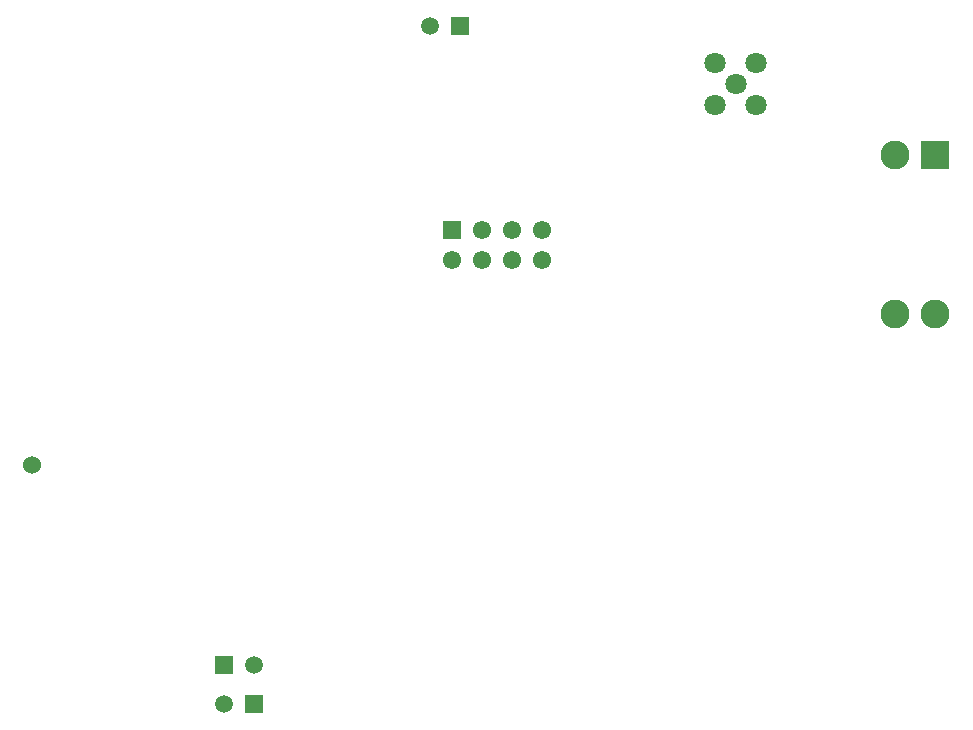
<source format=gbr>
%TF.GenerationSoftware,Altium Limited,Altium Designer,19.1.8 (144)*%
G04 Layer_Color=255*
%FSLAX25Y25*%
%MOIN*%
%TF.FileFunction,Pads,Bot*%
%TF.Part,Single*%
G01*
G75*
%TA.AperFunction,ComponentPad*%
%ADD39C,0.09646*%
%ADD40R,0.09646X0.09646*%
%ADD41C,0.06102*%
%ADD42R,0.06102X0.06102*%
%ADD43C,0.05906*%
%ADD44R,0.05906X0.05906*%
%TA.AperFunction,ViaPad*%
%ADD45C,0.06000*%
%TA.AperFunction,ComponentPad*%
%ADD46C,0.07087*%
D39*
X350886Y236575D02*
D03*
Y289606D02*
D03*
X364272Y236575D02*
D03*
D40*
Y289606D02*
D03*
D41*
X233268Y254724D02*
D03*
X223268D02*
D03*
X213268D02*
D03*
X203268D02*
D03*
X233268Y264724D02*
D03*
X223268D02*
D03*
X213268D02*
D03*
D42*
X203268D02*
D03*
D43*
X137272Y119724D02*
D03*
X127272Y106724D02*
D03*
X195772Y332724D02*
D03*
D44*
X127272Y119724D02*
D03*
X137272Y106724D02*
D03*
X205772Y332724D02*
D03*
D45*
X63272Y186224D02*
D03*
D46*
X297731Y313184D02*
D03*
X290772Y306224D02*
D03*
Y320144D02*
D03*
X304691Y306224D02*
D03*
Y320144D02*
D03*
%TF.MD5,24cd31aa5b22c87103b5ed4fa018015c*%
M02*

</source>
